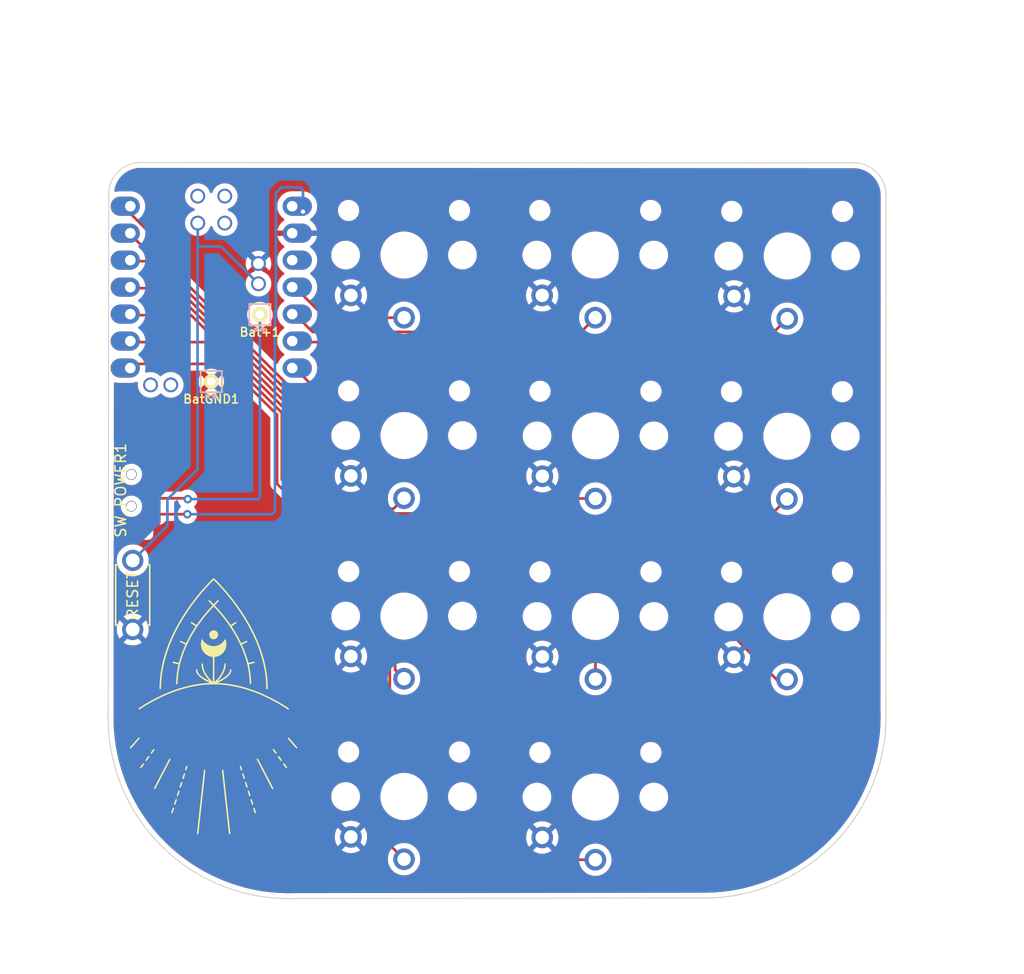
<source format=kicad_pcb>
(kicad_pcb (version 20211014) (generator pcbnew)
  (layers (0 "F.Cu" signal) (31 "B.Cu" signal) (34 "B.Paste" user) (35 "F.Paste" user) (36 "B.SilkS" user "B.Silkscreen") (37 "F.SilkS" user "F.Silkscreen") (38 "B.Mask" user) (39 "F.Mask" user) (44 "Edge.Cuts" user))
  (net 0 "")
  (net 1 "BT+")
  (net 2 "gnd")
  (net 3 "pin1")
  (net 4 "pin7")
  (net 5 "pin10")
  (net 6 "pin4")
  (net 7 "pin2")
  (net 8 "pin8")
  (net 9 "pin11")
  (net 10 "pin5")
  (net 11 "pin3")
  (net 12 "pin9")
  (net 13 "pin6")
  (net 14 "vcc")
  (net 15 "reset")
  (net 16 "raw")
  (footprint "Kailh:SPDT_C128955" (layer "F.Cu") (at 78.3325 68.16 90)
    (fp_text reference "SW_POWER1" (at 0 -1 90) (layer "F.SilkS"))
    (fp_text value "SW_SPDT")
    (pad "" np_thru_hole circle locked (at 1.5 0 90) (size 1 1) (drill 0.9) (layers *.Cu *.Mask))
    (pad "" np_thru_hole circle locked (at -1.5 0 90) (size 1 1) (drill 0.9) (layers *.Cu *.Mask))
    (pad "0" smd rect locked (at -3.7 -1.1 90) (size 0.9 0.9) (layers "F.Cu" "F.Paste" "F.Mask"))
    (pad "0" smd rect locked (at -3.7 1.1 90) (size 0.9 0.9) (layers "F.Cu" "F.Paste" "F.Mask"))
    (pad "0" smd rect locked (at 3.7 1.1 90) (size 0.9 0.9) (layers "F.Cu" "F.Paste" "F.Mask"))
    (pad "0" smd rect locked (at 3.7 -1.1 90) (size 0.9 0.9) (layers "F.Cu" "F.Paste" "F.Mask"))
    (pad "1" smd rect locked (at 2.25 2.075 90) (size 0.9 1.25) (layers "F.Cu" "F.Paste" "F.Mask"))
    (pad "2" smd rect locked (at -0.75 2.075 90) (size 0.9 1.25) (layers "F.Cu" "F.Paste" "F.Mask") (net 1 "BT+"))
    (pad "3" smd rect locked (at -2.25 2.075 90) (size 0.9 1.25) (layers "F.Cu" "F.Paste" "F.Mask") (net 16 "raw"))
  )
  (footprint "Kailh:SW_PG1350_single_b2" (layer "F.Cu") (at 140.04 63.07)
    (fp_text reference "SW8")
    (fp_text value "SW_PUSH")
    (pad "" np_thru_hole circle locked (at -5.22 -4.2) (size 0.9906 0.9906) (drill 0.9906) (layers *.Cu *.Mask))
    (pad "" np_thru_hole circle locked (at -5.5 0) (size 1.7018 1.7018) (drill 1.7018) (layers *.Cu *.Mask))
    (pad "" np_thru_hole circle locked (at 5.22 -4.2) (size 0.9906 0.9906) (drill 0.9906) (layers *.Cu *.Mask))
    (pad "" np_thru_hole circle locked (at 5.5 0) (size 1.7018 1.7018) (drill 1.7018) (layers *.Cu *.Mask))
    (pad "" np_thru_hole circle locked (at 0 0) (size 3.429 3.429) (drill 3.429) (layers *.Cu *.Mask))
    (pad "1" thru_hole circle locked (at 0 5.9) (size 2.032 2.032) (drill 1.27) (layers *.Cu *.Mask) (net 7 "pin2"))
    (pad "2" thru_hole circle locked (at -5 3.8) (size 2.032 2.032) (drill 1.27) (layers *.Cu *.Mask) (net 2 "gnd"))
  )
  (footprint "Kailh:SW_PG1350_single_b2" (layer "F.Cu") (at 104 97)
    (fp_text reference "SW1")
    (fp_text value "SW_PUSH")
    (pad "" np_thru_hole circle locked (at 5.5 0) (size 1.7018 1.7018) (drill 1.7018) (layers *.Cu *.Mask))
    (pad "" np_thru_hole circle locked (at -5.22 -4.2) (size 0.9906 0.9906) (drill 0.9906) (layers *.Cu *.Mask))
    (pad "" np_thru_hole circle locked (at 5.22 -4.2) (size 0.9906 0.9906) (drill 0.9906) (layers *.Cu *.Mask))
    (pad "" np_thru_hole circle locked (at 0 0) (size 3.429 3.429) (drill 3.429) (layers *.Cu *.Mask))
    (pad "" np_thru_hole circle locked (at -5.5 0) (size 1.7018 1.7018) (drill 1.7018) (layers *.Cu *.Mask))
    (pad "1" thru_hole circle locked (at 0 5.9) (size 2.032 2.032) (drill 1.27) (layers *.Cu *.Mask) (net 4 "pin7"))
    (pad "2" thru_hole circle locked (at -5 3.8) (size 2.032 2.032) (drill 1.27) (layers *.Cu *.Mask) (net 2 "gnd"))
  )
  (footprint "Kailh:SW_PG1350_single_b2" (layer "F.Cu") (at 122.02 80.04)
    (fp_text reference "SW7")
    (fp_text value "SW_PUSH")
    (pad "" np_thru_hole circle locked (at -5.22 -4.2) (size 0.9906 0.9906) (drill 0.9906) (layers *.Cu *.Mask))
    (pad "" np_thru_hole circle locked (at 5.22 -4.2) (size 0.9906 0.9906) (drill 0.9906) (layers *.Cu *.Mask))
    (pad "" np_thru_hole circle locked (at -5.5 0) (size 1.7018 1.7018) (drill 1.7018) (layers *.Cu *.Mask))
    (pad "" np_thru_hole circle locked (at 5.5 0) (size 1.7018 1.7018) (drill 1.7018) (layers *.Cu *.Mask))
    (pad "" np_thru_hole circle locked (at 0 0) (size 3.429 3.429) (drill 3.429) (layers *.Cu *.Mask))
    (pad "1" thru_hole circle locked (at 0 5.9) (size 2.032 2.032) (drill 1.27) (layers *.Cu *.Mask) (net 6 "pin4"))
    (pad "2" thru_hole circle locked (at -5 3.8) (size 2.032 2.032) (drill 1.27) (layers *.Cu *.Mask) (net 2 "gnd"))
  )
  (footprint "xaio:xiao-ble-tht" (layer "F.Cu") (at 85.852 49.022)
    (fp_text reference "U1" hide)
    (fp_text value "SeeeduinoXIAO" hide)
    (pad "1" thru_hole oval (at -7.62 -7.62) (size 2.75 1.8) (drill 1 (offset -0.475 0)) (layers *.Cu *.Mask) (net 3 "pin1"))
    (pad "2" thru_hole oval (at -7.62 -5.08) (size 2.75 1.8) (drill 1 (offset -0.475 0)) (layers *.Cu *.Mask) (net 7 "pin2"))
    (pad "3" thru_hole oval (at -7.62 -2.54) (size 2.75 1.8) (drill 1 (offset -0.475 0)) (layers *.Cu *.Mask) (net 11 "pin3"))
    (pad "4" thru_hole oval (at -7.62 0) (size 2.75 1.8) (drill 1 (offset -0.475 0)) (layers *.Cu *.Mask) (net 6 "pin4"))
    (pad "5" thru_hole oval (at -7.62 2.54) (size 2.75 1.8) (drill 1 (offset -0.475 0)) (layers *.Cu *.Mask) (net 10 "pin5"))
    (pad "6" thru_hole oval (at -7.62 5.08) (size 2.75 1.8) (drill 1 (offset -0.475 0)) (layers *.Cu *.Mask) (net 13 "pin6"))
    (pad "7" thru_hole oval (at -7.62 7.62) (size 2.75 1.8) (drill 1 (offset -0.475 0)) (layers *.Cu *.Mask) (net 4 "pin7"))
    (pad "8" thru_hole oval (at 7.62 7.62 180) (size 2.75 1.8) (drill 1 (offset -0.475 0)) (layers *.Cu *.Mask) (net 9 "pin11"))
    (pad "9" thru_hole oval (at 7.62 5.08 180) (size 2.75 1.8) (drill 1 (offset -0.475 0)) (layers *.Cu *.Mask) (net 5 "pin10"))
    (pad "10" thru_hole oval (at 7.62 2.54 180) (size 2.75 1.8) (drill 1 (offset -0.475 0)) (layers *.Cu *.Mask) (net 12 "pin9"))
    (pad "11" thru_hole oval (at 7.62 0 180) (size 2.75 1.8) (drill 1 (offset -0.475 0)) (layers *.Cu *.Mask) (net 8 "pin8"))
    (pad "12" thru_hole oval (at 7.62 -2.54 180) (size 2.75 1.8) (drill 1 (offset -0.475 0)) (layers *.Cu *.Mask) (net 14 "vcc"))
    (pad "13" thru_hole oval (at 7.62 -5.08 180) (size 2.75 1.8) (drill 1 (offset -0.475 0)) (layers *.Cu *.Mask) (net 2 "gnd"))
    (pad "14" thru_hole oval (at 7.62 -7.62 180) (size 2.75 1.8) (drill 1 (offset -0.475 0)) (layers *.Cu *.Mask) (net 16 "raw"))
    (pad "15" thru_hole circle (at -1.27 -8.572 90) (size 1.397 1.397) (drill 1.016) (layers *.Cu *.Mask))
    (pad "16" thru_hole circle (at 1.27 -8.572 90) (size 1.397 1.397) (drill 1.016) (layers *.Cu *.Mask))
    (pad "17" thru_hole circle (at -1.27 -6.032 90) (size 1.397 1.397) (drill 1.016) (layers *.Cu *.Mask) (net 15 "reset"))
    (pad "18" thru_hole circle (at 1.27 -6.032 90) (size 1.397 1.397) (drill 1.016) (layers *.Cu *.Mask))
    (pad "19" thru_hole circle (at 4.445 -0.317 180) (size 1.397 1.397) (drill 1.016) (layers *.Cu *.Mask) (net 15 "reset"))
    (pad "20" thru_hole circle (at 4.445 -2.222 180) (size 1.397 1.397) (drill 1.016) (layers *.Cu *.Mask) (net 2 "gnd"))
    (pad "21" thru_hole circle (at -3.81 9.208 180) (size 1.397 1.397) (drill 1.016) (layers *.Cu *.Mask))
    (pad "22" thru_hole circle (at -5.715 9.208 180) (size 1.397 1.397) (drill 1.016) (layers *.Cu *.Mask))
  )
  (footprint "kbd:eye4" (layer "F.Cu") (at 86.159828 88.091132)
    (fp_text reference "G***" hide)
    (fp_text value "LOGO" hide)
  )
  (footprint "Kailh:SW_PG1350_single_b2" (layer "F.Cu") (at 104 63)
    (fp_text reference "SW4")
    (fp_text value "SW_PUSH")
    (pad "" np_thru_hole circle locked (at 0 0) (size 3.429 3.429) (drill 3.429) (layers *.Cu *.Mask))
    (pad "" np_thru_hole circle locked (at -5.22 -4.2) (size 0.9906 0.9906) (drill 0.9906) (layers *.Cu *.Mask))
    (pad "" np_thru_hole circle locked (at -5.5 0) (size 1.7018 1.7018) (drill 1.7018) (layers *.Cu *.Mask))
    (pad "" np_thru_hole circle locked (at 5.5 0) (size 1.7018 1.7018) (drill 1.7018) (layers *.Cu *.Mask))
    (pad "" np_thru_hole circle locked (at 5.22 -4.2) (size 0.9906 0.9906) (drill 0.9906) (layers *.Cu *.Mask))
    (pad "1" thru_hole circle locked (at 0 5.9) (size 2.032 2.032) (drill 1.27) (layers *.Cu *.Mask) (net 9 "pin11"))
    (pad "2" thru_hole circle locked (at -5 3.8) (size 2.032 2.032) (drill 1.27) (layers *.Cu *.Mask) (net 2 "gnd"))
  )
  (footprint "Kailh:SW_PG1350_single_b2" (layer "F.Cu") (at 122.02 63.03)
    (fp_text reference "SW6")
    (fp_text value "SW_PUSH")
    (pad "" np_thru_hole circle locked (at 5.5 0) (size 1.7018 1.7018) (drill 1.7018) (layers *.Cu *.Mask))
    (pad "" np_thru_hole circle locked (at 0 0) (size 3.429 3.429) (drill 3.429) (layers *.Cu *.Mask))
    (pad "" np_thru_hole circle locked (at -5.22 -4.2) (size 0.9906 0.9906) (drill 0.9906) (layers *.Cu *.Mask))
    (pad "" np_thru_hole circle locked (at 5.22 -4.2) (size 0.9906 0.9906) (drill 0.9906) (layers *.Cu *.Mask))
    (pad "" np_thru_hole circle locked (at -5.5 0) (size 1.7018 1.7018) (drill 1.7018) (layers *.Cu *.Mask))
    (pad "1" thru_hole circle locked (at 0 5.9) (size 2.032 2.032) (drill 1.27) (layers *.Cu *.Mask) (net 3 "pin1"))
    (pad "2" thru_hole circle locked (at -5 3.8) (size 2.032 2.032) (drill 1.27) (layers *.Cu *.Mask) (net 2 "gnd"))
  )
  (footprint "kbd:ResetSW_1side" (layer "F.Cu") (at 78.46 78.01 90)
    (fp_text reference "RSW1" hide)
    (fp_text value "SW_PUSH")
    (fp_text user "RESET" (at 0 0 90) (layer "F.SilkS"))
    (pad "1" thru_hole circle locked (at 3.25 0 90) (size 2 2) (drill 1.3) (layers *.Cu "B.Mask") (net 15 "reset"))
    (pad "2" thru_hole circle locked (at -3.25 0 90) (size 2 2) (drill 1.3) (layers *.Cu "B.Mask") (net 2 "gnd"))
  )
  (footprint "Kailh:SW_PG1350_single_b2" (layer "F.Cu") (at 140.07 46.09)
    (fp_text reference "SW3")
    (fp_text value "SW_PUSH")
    (pad "" np_thru_hole circle locked (at 5.22 -4.2) (size 0.9906 0.9906) (drill 0.9906) (layers *.Cu *.Mask))
    (pad "" np_thru_hole circle locked (at 5.5 0) (size 1.7018 1.7018) (drill 1.7018) (layers *.Cu *.Mask))
    (pad "" np_thru_hole circle locked (at 0 0) (size 3.429 3.429) (drill 3.429) (layers *.Cu *.Mask))
    (pad "" np_thru_hole circle locked (at -5.22 -4.2) (size 0.9906 0.9906) (drill 0.9906) (layers *.Cu *.Mask))
    (pad "" np_thru_hole circle locked (at -5.5 0) (size 1.7018 1.7018) (drill 1.7018) (layers *.Cu *.Mask))
    (pad "1" thru_hole circle locked (at 0 5.9) (size 2.032 2.032) (drill 1.27) (layers *.Cu *.Mask) (net 5 "pin10"))
    (pad "2" thru_hole circle locked (at -5 3.8) (size 2.032 2.032) (drill 1.27) (layers *.Cu *.Mask) (net 2 "gnd"))
  )
  (footprint "Kailh:SW_PG1350_single_b2" (layer "F.Cu") (at 104 46)
    (fp_text reference "SW11")
    (fp_text value "SW_PUSH")
    (pad "" np_thru_hole circle locked (at 5.22 -4.2) (size 0.9906 0.9906) (drill 0.9906) (layers *.Cu *.Mask))
    (pad "" np_thru_hole circle locked (at 0 0) (size 3.429 3.429) (drill 3.429) (layers *.Cu *.Mask))
    (pad "" np_thru_hole circle locked (at -5.22 -4.2) (size 0.9906 0.9906) (drill 0.9906) (layers *.Cu *.Mask))
    (pad "" np_thru_hole circle locked (at 5.5 0) (size 1.7018 1.7018) (drill 1.7018) (layers *.Cu *.Mask))
    (pad "" np_thru_hole circle locked (at -5.5 0) (size 1.7018 1.7018) (drill 1.7018) (layers *.Cu *.Mask))
    (pad "1" thru_hole circle locked (at 0 5.9) (size 2.032 2.032) (drill 1.27) (layers *.Cu *.Mask) (net 8 "pin8"))
    (pad "2" thru_hole circle locked (at -5 3.8) (size 2.032 2.032) (drill 1.27) (layers *.Cu *.Mask) (net 2 "gnd"))
  )
  (footprint "Kailh:SW_PG1350_single_b2" (layer "F.Cu") (at 122 46)
    (fp_text reference "SW9")
    (fp_text value "SW_PUSH")
    (pad "" np_thru_hole circle locked (at 5.5 0) (size 1.7018 1.7018) (drill 1.7018) (layers *.Cu *.Mask))
    (pad "" np_thru_hole circle locked (at 0 0) (size 3.429 3.429) (drill 3.429) (layers *.Cu *.Mask))
    (pad "" np_thru_hole circle locked (at -5.5 0) (size 1.7018 1.7018) (drill 1.7018) (layers *.Cu *.Mask))
    (pad "" np_thru_hole circle locked (at -5.22 -4.2) (size 0.9906 0.9906) (drill 0.9906) (layers *.Cu *.Mask))
    (pad "" np_thru_hole circle locked (at 5.22 -4.2) (size 0.9906 0.9906) (drill 0.9906) (layers *.Cu *.Mask))
    (pad "1" thru_hole circle locked (at 0 5.9) (size 2.032 2.032) (drill 1.27) (layers *.Cu *.Mask) (net 12 "pin9"))
    (pad "2" thru_hole circle locked (at -5 3.8) (size 2.032 2.032) (drill 1.27) (layers *.Cu *.Mask) (net 2 "gnd"))
  )
  (footprint "kbd:1pin_conn" (layer "F.Cu") (at 85.852 57.912)
    (fp_text reference "BatGND1" (at 0 1.651) (layer "F.SilkS") (effects (font (size 0.8128 0.8128))))
    (fp_text value "MountingHole_Pad" hide)
    (fp_text user "**" (at 0 1.651) (layer "B.SilkS") (effects (font (size 0.8128 0.8128)) (justify mirror)))
    (pad "1" thru_hole circle locked (at 0 0) (size 1.397 1.397) (drill 0.8128) (layers *.Cu *.Mask "F.SilkS") (net 2 "gnd"))
  )
  (footprint "Kailh:SW_PG1350_single_b2" (layer "F.Cu") (at 122.01 97.05)
    (fp_text reference "SW5")
    (fp_text value "SW_PUSH")
    (pad "" np_thru_hole circle locked (at 0 0) (size 3.429 3.429) (drill 3.429) (layers *.Cu *.Mask))
    (pad "" np_thru_hole circle locked (at -5.5 0) (size 1.7018 1.7018) (drill 1.7018) (layers *.Cu *.Mask))
    (pad "" np_thru_hole circle locked (at 5.5 0) (size 1.7018 1.7018) (drill 1.7018) (layers *.Cu *.Mask))
    (pad "" np_thru_hole circle locked (at 5.22 -4.2) (size 0.9906 0.9906) (drill 0.9906) (layers *.Cu *.Mask))
    (pad "" np_thru_hole circle locked (at -5.22 -4.2) (size 0.9906 0.9906) (drill 0.9906) (layers *.Cu *.Mask))
    (pad "1" thru_hole circle locked (at 0 5.9) (size 2.032 2.032) (drill 1.27) (layers *.Cu *.Mask) (net 13 "pin6"))
    (pad "2" thru_hole circle locked (at -5 3.8) (size 2.032 2.032) (drill 1.27) (layers *.Cu *.Mask) (net 2 "gnd"))
  )
  (footprint "Kailh:SW_PG1350_single_b2" (layer "F.Cu") (at 140.05 80.07)
    (fp_text reference "SW10")
    (fp_text value "SW_PUSH")
    (pad "" np_thru_hole circle locked (at 5.22 -4.2) (size 0.9906 0.9906) (drill 0.9906) (layers *.Cu *.Mask))
    (pad "" np_thru_hole circle locked (at 0 0) (size 3.429 3.429) (drill 3.429) (layers *.Cu *.Mask))
    (pad "" np_thru_hole circle locked (at -5.22 -4.2) (size 0.9906 0.9906) (drill 0.9906) (layers *.Cu *.Mask))
    (pad "" np_thru_hole circle locked (at 5.5 0) (size 1.7018 1.7018) (drill 1.7018) (layers *.Cu *.Mask))
    (pad "" np_thru_hole circle locked (at -5.5 0) (size 1.7018 1.7018) (drill 1.7018) (layers *.Cu *.Mask))
    (pad "1" thru_hole circle locked (at 0 5.9) (size 2.032 2.032) (drill 1.27) (layers *.Cu *.Mask) (net 11 "pin3"))
    (pad "2" thru_hole circle locked (at -5 3.8) (size 2.032 2.032) (drill 1.27) (layers *.Cu *.Mask) (net 2 "gnd"))
  )
  (footprint "kbd:1pin_conn" (layer "F.Cu") (at 90.43 51.61)
    (fp_text reference "Bat+1" (at 0 1.651) (layer "F.SilkS") (effects (font (size 0.8128 0.8128))))
    (fp_text value "MountingHole_Pad" hide)
    (fp_text user "**" (at 0 1.651) (layer "B.SilkS") (effects (font (size 0.8128 0.8128)) (justify mirror)))
    (pad "1" thru_hole circle locked (at 0 0) (size 1.397 1.397) (drill 0.8128) (layers *.Cu *.Mask "F.SilkS") (net 1 "BT+"))
  )
  (footprint "Kailh:SW_PG1350_single_b2" (layer "F.Cu") (at 104 80)
    (fp_text reference "SW2")
    (fp_text value "SW_PUSH")
    (pad "" np_thru_hole circle locked (at 5.22 -4.2) (size 0.9906 0.9906) (drill 0.9906) (layers *.Cu *.Mask))
    (pad "" np_thru_hole circle locked (at -5.22 -4.2) (size 0.9906 0.9906) (drill 0.9906) (layers *.Cu *.Mask))
    (pad "" np_thru_hole circle locked (at 0 0) (size 3.429 3.429) (drill 3.429) (layers *.Cu *.Mask))
    (pad "" np_thru_hole circle locked (at 5.5 0) (size 1.7018 1.7018) (drill 1.7018) (layers *.Cu *.Mask))
    (pad "" np_thru_hole circle locked (at -5.5 0) (size 1.7018 1.7018) (drill 1.7018) (layers *.Cu *.Mask))
    (pad "1" thru_hole circle locked (at 0 5.9) (size 2.032 2.032) (drill 1.27) (layers *.Cu *.Mask) (net 10 "pin5"))
    (pad "2" thru_hole circle locked (at -5 3.8) (size 2.032 2.032) (drill 1.27) (layers *.Cu *.Mask) (net 2 "gnd"))
  )
  (gr_line (start 76.152107 89.183196) (end 76.2 40.04) (layer "Edge.Cuts") (width 0.1))
  (gr_line (start 149.37 40.22) (end 149.36 88.78) (layer "Edge.Cuts") (width 0.1))
  (gr_arc (start 146.57 37.32) (mid 148.511072 38.247585) (end 149.37 40.22) (layer "Edge.Cuts") (width 0.1))
  (gr_line (start 79.36 37.28) (end 146.57 37.32) (layer "Edge.Cuts") (width 0.1))
  (gr_line (start 131.81 106.56) (end 93.81 106.6) (layer "Edge.Cuts") (width 0.1))
  (gr_arc (start 76.2 40.04) (mid 77.225425 38.025052) (end 79.36 37.28) (layer "Edge.Cuts") (width 0.1))
  (gr_arc (start 93.81 106.6) (mid 81.215853 101.708918) (end 76.152107 89.183196) (layer "Edge.Cuts") (width 0.1))
  (gr_arc (start 149.36 88.78) (mid 144.426804 101.462107) (end 131.81 106.56) (layer "Edge.Cuts") (width 0.1))
  (segment (start 83.56 68.91) (end 80.4075 68.91) (width 0.25) (layer "F.Cu") (net 1))
  (segment (start 83.64 68.99) (end 83.56 68.91) (width 0.25) (layer "F.Cu") (net 1))
  (via (at 83.64 68.99) (size 0.8) (drill 0.4) (layers "F.Cu" "B.Cu") (net 1))
  (segment (start 90.43 51.61) (end 90.43 68.81) (width 0.25) (layer "B.Cu") (net 1))
  (segment (start 90.43 68.81) (end 90.25 68.99) (width 0.25) (layer "B.Cu") (net 1))
  (segment (start 90.25 68.99) (end 83.64 68.99) (width 0.25) (layer "B.Cu") (net 1))
  (segment (start 122.02 68.93) (end 118.84048 68.93) (width 0.25) (layer "F.Cu") (net 3))
  (segment (start 95.047849 60.222151) (end 79.89911 45.073411) (width 0.25) (layer "F.Cu") (net 3))
  (segment (start 79.89911 43.75089) (end 77.64871 41.50049) (width 0.25) (layer "F.Cu") (net 3))
  (segment (start 108.796198 70.35048) (end 108.782859 70.337141) (width 0.25) (layer "F.Cu") (net 3))
  (segment (start 117.42 70.35048) (end 108.796198 70.35048) (width 0.25) (layer "F.Cu") (net 3))
  (segment (start 108.782859 70.337141) (end 98.902859 70.337141) (width 0.25) (layer "F.Cu") (net 3))
  (segment (start 95.047849 66.482131) (end 95.047849 60.222151) (width 0.25) (layer "F.Cu") (net 3))
  (segment (start 98.902859 70.337141) (end 95.047849 66.482131) (width 0.25) (layer "F.Cu") (net 3))
  (segment (start 118.84048 68.93) (end 117.42 70.35048) (width 0.25) (layer "F.Cu") (net 3))
  (segment (start 79.89911 45.073411) (end 79.89911 43.75089) (width 0.25) (layer "F.Cu") (net 3))
  (segment (start 102.18 86.72) (end 102.160489 86.739511) (width 0.25) (layer "F.Cu") (net 4))
  (segment (start 100.23096 74.116678) (end 100.23096 82.706678) (width 0.25) (layer "F.Cu") (net 4))
  (segment (start 78.139895 56.249305) (end 87.260695 56.249305) (width 0.25) (layer "F.Cu") (net 4))
  (segment (start 87.260695 56.249305) (end 92.049034 61.037644) (width 0.25) (layer "F.Cu") (net 4))
  (segment (start 102.160489 86.739511) (end 102.160489 94.689511) (width 0.25) (layer "F.Cu") (net 4))
  (segment (start 102.18 84.655718) (end 102.18 86.72) (width 0.25) (layer "F.Cu") (net 4))
  (segment (start 102.160489 94.689511) (end 101.32 95.53) (width 0.25) (layer "F.Cu") (net 4))
  (segment (start 92.049034 67.549034) (end 98.21952 73.71952) (width 0.25) (layer "F.Cu") (net 4))
  (segment (start 98.21952 73.71952) (end 99.833802 73.71952) (width 0.25) (layer "F.Cu") (net 4))
  (segment (start 99.833802 73.71952) (end 100.23096 74.116678) (width 0.25) (layer "F.Cu") (net 4))
  (segment (start 101.32 100.22) (end 104 102.9) (width 0.25) (layer "F.Cu") (net 4))
  (segment (start 77.64871 56.74049) (end 78.139895 56.249305) (width 0.25) (layer "F.Cu") (net 4))
  (segment (start 101.32 95.53) (end 101.32 100.22) (width 0.25) (layer "F.Cu") (net 4))
  (segment (start 92.049034 61.037644) (end 92.049034 67.549034) (width 0.25) (layer "F.Cu") (net 4))
  (segment (start 100.23096 82.706678) (end 102.18 84.655718) (width 0.25) (layer "F.Cu") (net 4))
  (segment (start 140.07 51.99) (end 138.369969 53.690031) (width 0.25) (layer "F.Cu") (net 5))
  (segment (start 98.609969 53.690031) (end 98.09951 54.20049) (width 0.25) (layer "F.Cu") (net 5))
  (segment (start 98.09951 54.20049) (end 93.81327 54.20049) (width 0.25) (layer "F.Cu") (net 5))
  (segment (start 138.369969 53.690031) (end 98.609969 53.690031) (width 0.25) (layer "F.Cu") (net 5))
  (segment (start 119.034269 81.074269) (end 119.034269 79.655731) (width 0.25) (layer "F.Cu") (net 6))
  (segment (start 93.417611 60.499067) (end 82.039034 49.12049) (width 0.25) (layer "F.Cu") (net 6))
  (segment (start 119.034269 79.655731) (end 111.077578 71.69904) (width 0.25) (layer "F.Cu") (net 6))
  (segment (start 111.077578 71.69904) (end 98.357606 71.69904) (width 0.25) (layer "F.Cu") (net 6))
  (segment (start 98.357606 71.69904) (end 93.417612 66.759046) (width 0.25) (layer "F.Cu") (net 6))
  (segment (start 122.02 85.94) (end 122.02 84.06) (width 0.25) (layer "F.Cu") (net 6))
  (segment (start 82.039034 49.12049) (end 77.64871 49.12049) (width 0.25) (layer "F.Cu") (net 6))
  (segment (start 93.417612 66.759046) (end 93.417611 60.499067) (width 0.25) (layer "F.Cu") (net 6))
  (segment (start 122.02 84.06) (end 119.034269 81.074269) (width 0.25) (layer "F.Cu") (net 6))
  (segment (start 138.67 70.34) (end 127.38 70.34) (width 0.25) (layer "F.Cu") (net 7))
  (segment (start 94.53499 60.34501) (end 78.230471 44.04049) (width 0.25) (layer "F.Cu") (net 7))
  (segment (start 98.73 70.8) (end 94.53499 66.60499) (width 0.25) (layer "F.Cu") (net 7))
  (segment (start 94.53499 66.60499) (end 94.53499 60.34501) (width 0.25) (layer "F.Cu") (net 7))
  (segment (start 126.92 70.8) (end 98.73 70.8) (width 0.25) (layer "F.Cu") (net 7))
  (segment (start 140.04 68.97) (end 138.67 70.34) (width 0.25) (layer "F.Cu") (net 7))
  (segment (start 127.38 70.34) (end 126.92 70.8) (width 0.25) (layer "F.Cu") (net 7))
  (segment (start 78.230471 44.04049) (end 77.64871 44.04049) (width 0.25) (layer "F.Cu") (net 7))
  (segment (start 104 51.9) (end 96.59278 51.9) (width 0.25) (layer "F.Cu") (net 8))
  (segment (start 96.59278 51.9) (end 93.81327 49.12049) (width 0.25) (layer "F.Cu") (net 8))
  (segment (start 95.51 64.39) (end 95.51 66.308564) (width 0.25) (layer "F.Cu") (net 9))
  (segment (start 95.51 64.39) (end 95.51 64.898564) (width 0.25) (layer "F.Cu") (net 9))
  (segment (start 99.089057 69.887621) (end 103.012379 69.887621) (width 0.25) (layer "F.Cu") (net 9))
  (segment (start 93.81327 56.74049) (end 95.51 58.43722) (width 0.25) (layer "F.Cu") (net 9))
  (segment (start 95.51 58.43722) (end 95.51 64.39) (width 0.25) (layer "F.Cu") (net 9))
  (segment (start 103.012379 69.887621) (end 104 68.9) (width 0.25) (layer "F.Cu") (net 9))
  (segment (start 95.51 66.308564) (end 99.089057 69.887621) (width 0.25) (layer "F.Cu") (net 9))
  (segment (start 101.13 73.68) (end 101.13 81.89) (width 0.25) (layer "F.Cu") (net 10))
  (segment (start 92.966413 66.923587) (end 92.956424 66.933576) (width 0.25) (layer "F.Cu") (net 10))
  (segment (start 92.966413 60.683587) (end 92.966413 66.923587) (width 0.25) (layer "F.Cu") (net 10))
  (segment (start 92.956424 66.933576) (end 98.843329 72.82048) (width 0.25) (layer "F.Cu") (net 10))
  (segment (start 103.16 85.06) (end 104 85.9) (width 0.25) (layer "F.Cu") (net 10))
  (segment (start 77.64871 51.66049) (end 83.943316 51.66049) (width 0.25) (layer "F.Cu") (net 10))
  (segment (start 83.943316 51.66049) (end 92.966413 60.683587) (width 0.25) (layer "F.Cu") (net 10))
  (segment (start 101.13 81.89) (end 103.16 83.92) (width 0.25) (layer "F.Cu") (net 10))
  (segment (start 103.16 83.92) (end 103.16 85.06) (width 0.25) (layer "F.Cu") (net 10))
  (segment (start 100.27048 72.82048) (end 101.13 73.68) (width 0.25) (layer "F.Cu") (net 10))
  (segment (start 98.843329 72.82048) (end 100.27048 72.82048) (width 0.25) (layer "F.Cu") (net 10))
  (segment (start 131.724926 78.625074) (end 131.724926 80.414926) (width 0.25) (layer "F.Cu") (net 11))
  (segment (start 94.348793 67.05451) (end 98.543803 71.24952) (width 0.25) (layer "F.Cu") (net 11))
  (segment (start 93.867131 66.572849) (end 94.348793 67.05451) (width 0.25) (layer "F.Cu") (net 11))
  (segment (start 124.349372 71.24952) (end 131.724926 78.625074) (width 0.25) (layer "F.Cu") (net 11))
  (segment (start 135.289926 82.190074) (end 139.069852 85.97) (width 0.25) (layer "F.Cu") (net 11))
  (segment (start 135.24 82.24) (end 135.289926 82.190074) (width 0.25) (layer "F.Cu") (net 11))
  (segment (start 77.64871 46.58049) (end 80.134752 46.58049) (width 0.25) (layer "F.Cu") (net 11))
  (segment (start 93.867131 60.312869) (end 93.867131 66.572849) (width 0.25) (layer "F.Cu") (net 11))
  (segment (start 139.069852 85.97) (end 140.05 85.97) (width 0.25) (layer "F.Cu") (net 11))
  (segment (start 133.55 82.24) (end 135.24 82.24) (width 0.25) (layer "F.Cu") (net 11))
  (segment (start 98.543803 71.24952) (end 124.349372 71.24952) (width 0.25) (layer "F.Cu") (net 11))
  (segment (start 80.134752 46.58049) (end 93.867131 60.312869) (width 0.25) (layer "F.Cu") (net 11))
  (segment (start 131.724926 80.414926) (end 133.55 82.24) (width 0.25) (layer "F.Cu") (net 11))
  (segment (start 95.393291 53.240511) (end 120.659489 53.240511) (width 0.25) (layer "F.Cu") (net 12))
  (segment (start 93.81327 51.66049) (end 95.393291 53.240511) (width 0.25) (layer "F.Cu") (net 12))
  (segment (start 120.659489 53.240511) (end 122 51.9) (width 0.25) (layer "F.Cu") (net 12))
  (segment (start 92.498554 67.148554) (end 98.62 73.27) (width 0.25) (layer "F.Cu") (net 13))
  (segment (start 100.02 73.27) (end 100.68048 73.93048) (width 0.25) (layer "F.Cu") (net 13))
  (segment (start 103.360511 92.920511) (end 103.360511 92.911533) (width 0.25) (layer "F.Cu") (net 13))
  (segment (start 103.360511 92.911533) (end 102.659489 92.210511) (width 0.25) (layer "F.Cu") (net 13))
  (segment (start 100.68048 73.93048) (end 100.68048 82.52048) (width 0.25) (layer "F.Cu") (net 13))
  (segment (start 92.498554 60.851446) (end 92.498554 67.148554) (width 0.25) (layer "F.Cu") (net 13))
  (segment (start 77.64871 54.20049) (end 85.847598 54.20049) (width 0.25) (layer "F.Cu") (net 13))
  (segment (start 110.17 99.73) (end 110.17 101.6) (width 0.25) (layer "F.Cu") (net 13))
  (segment (start 103.360511 92.920511) (end 110.17 99.73) (width 0.25) (layer "F.Cu") (net 13))
  (segment (start 85.847598 54.20049) (end 92.498554 60.851446) (width 0.25) (layer "F.Cu") (net 13))
  (segment (start 102.659489 84.499489) (end 102.659489 92.210511) (width 0.25) (layer "F.Cu") (net 13))
  (segment (start 98.62 73.27) (end 100.02 73.27) (width 0.25) (layer "F.Cu") (net 13))
  (segment (start 110.17 101.6) (end 111.52 102.95) (width 0.25) (layer "F.Cu") (net 13))
  (segment (start 111.52 102.95) (end 122.01 102.95) (width 0.25) (layer "F.Cu") (net 13))
  (segment (start 100.68048 82.52048) (end 102.659489 84.499489) (width 0.25) (layer "F.Cu") (net 13))
  (segment (start 84.56 45.19) (end 84.56 44.726) (width 0.25) (layer "B.Cu") (net 15))
  (segment (start 81.72 71.5) (end 81.72 69.014283) (width 0.25) (layer "B.Cu") (net 15))
  (segment (start 78.46 74.76) (end 81.72 71.5) (width 0.25) (layer "B.Cu") (net 15))
  (segment (start 84.56 66.174283) (end 84.56 45.19) (width 0.25) (layer "B.Cu") (net 15))
  (segment (start 90.297 48.705) (end 86.782 45.19) (width 0.25) (layer "B.Cu") (net 15))
  (segment (start 84.56 44.726) (end 84.582 44.704) (width 0.25) (layer "B.Cu") (net 15))
  (segment (start 86.782 45.19) (end 84.56 45.19) (width 0.25) (layer "B.Cu") (net 15))
  (segment (start 81.72 69.014283) (end 84.56 66.174283) (width 0.25) (layer "B.Cu") (net 15))
  (segment (start 84.582 44.704) (end 84.582 42.99) (width 0.25) (layer "B.Cu") (net 15))
  (segment (start 83.6 70.41) (end 80.4075 70.41) (width 0.25) (layer "F.Cu") (net 16))
  (via (at 83.6 70.41) (size 0.8) (drill 0.4) (layers "F.Cu" "B.Cu") (net 16))
  (via (at 94.488 41.91) (size 0.8) (drill 0.4) (layers "F.Cu" "B.Cu") (net 16))
  (segment (start 91.936378 51.550378) (end 91.84 51.646757) (width 0.25) (layer "B.Cu") (net 16))
  (segment (start 91.84 70.16) (end 91.59 70.41) (width 0.25) (layer "B.Cu") (net 16))
  (segment (start 91.59 70.41) (end 83.6 70.41) (width 0.25) (layer "B.Cu") (net 16))
  (segment (start 94.488 41.91) (end 94.488 39.878) (width 0.25) (layer "B.Cu") (net 16))
  (segment (start 91.84 51.646757) (end 91.84 70.16) (width 0.25) (layer "B.Cu") (net 16))
  (segment (start 91.948 41.91) (end 91.936378 41.921622) (width 0.25) (layer "B.Cu") (net 16))
  (segment (start 91.936378 41.921622) (end 91.936378 51.550378) (width 0.25) (layer "B.Cu") (net 16))
  (segment (start 91.948 40.132) (end 91.948 41.91) (width 0.25) (layer "B.Cu") (net 16))
  (segment (start 92.456 39.624) (end 91.948 40.132) (width 0.25) (layer "B.Cu") (net 16))
  (segment (start 94.488 39.878) (end 94.234 39.624) (width 0.25) (layer "B.Cu") (net 16))
  (segment (start 94.234 39.624) (end 92.456 39.624) (width 0.25) (layer "B.Cu") (net 16))
  (zone (net 2) (net_name "gnd") (layer "F.Cu") (connect_pads (clearance 0.508)) (min_thickness 0.254) (fill yes (thermal_gap 0.508) (thermal_bridge_width 0.508))
    (polygon (pts (xy 162.37 113.7) (xy 70.86 109.99) (xy 72.21 45.56) (xy 71.62 30.72) (xy 73.54 27.76) (xy 159.9 21.99)))
  )
  (zone (net 2) (net_name "gnd") (layer "B.Cu") (connect_pads (clearance 0.508)) (min_thickness 0.254) (fill yes (thermal_gap 0.508) (thermal_bridge_width 0.508))
    (polygon (pts (xy 157.475747 113.688235) (xy 65.965747 109.978235) (xy 67.315747 45.548235) (xy 66.725747 30.708235) (xy 68.645747 27.748235) (xy 155.005747 21.978235)))
  )
)
</source>
